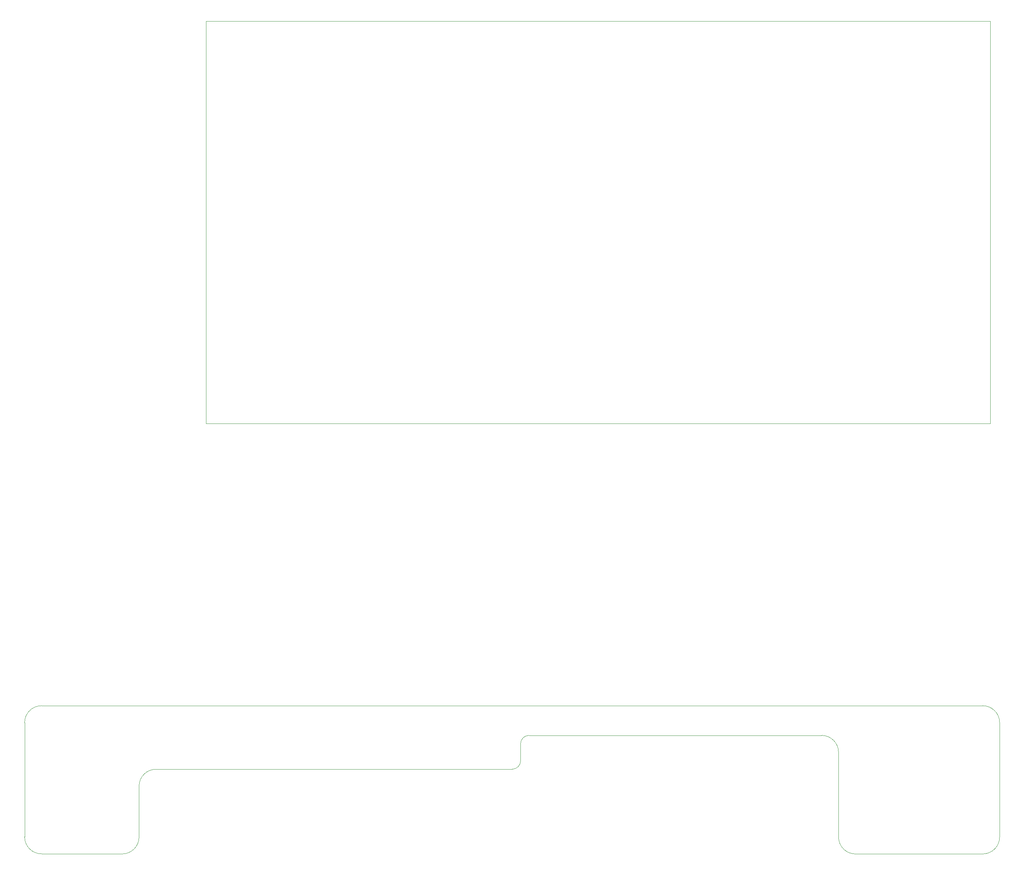
<source format=gbr>
%TF.GenerationSoftware,KiCad,Pcbnew,(6.0.2)*%
%TF.CreationDate,2022-03-02T09:05:12+03:00*%
%TF.ProjectId,Steel_form_Dish_washer,53746565-6c5f-4666-9f72-6d5f44697368,rev?*%
%TF.SameCoordinates,Original*%
%TF.FileFunction,Profile,NP*%
%FSLAX46Y46*%
G04 Gerber Fmt 4.6, Leading zero omitted, Abs format (unit mm)*
G04 Created by KiCad (PCBNEW (6.0.2)) date 2022-03-02 09:05:12*
%MOMM*%
%LPD*%
G01*
G04 APERTURE LIST*
%TA.AperFunction,Profile*%
%ADD10C,0.100000*%
%TD*%
G04 APERTURE END LIST*
D10*
X194900000Y-234400000D02*
X110900000Y-234400000D01*
X79900000Y-250371573D02*
X79900000Y-223400000D01*
X307700000Y-57750000D02*
X307700000Y-152750000D01*
X307700000Y-152750000D02*
X122700000Y-152750000D01*
X198900000Y-226400000D02*
G75*
G03*
X196900000Y-228400000I-1J-1999999D01*
G01*
X122700000Y-57750000D02*
X307700000Y-57750000D01*
X271900000Y-250400000D02*
X271900000Y-230400000D01*
X271900000Y-230400000D02*
G75*
G03*
X267900000Y-226400000I-4000000J0D01*
G01*
X122700000Y-152750000D02*
X122700000Y-57750000D01*
X309900000Y-223400000D02*
X309900000Y-250400000D01*
X194900000Y-234400000D02*
G75*
G03*
X196900000Y-232400000I1J1999999D01*
G01*
X271900000Y-250400000D02*
G75*
G03*
X275900000Y-254400000I4000000J0D01*
G01*
X305900000Y-254400000D02*
X275900000Y-254400000D01*
X267900000Y-226400000D02*
X198900000Y-226400000D01*
X309900000Y-223400000D02*
G75*
G03*
X305900000Y-219400000I-4000000J0D01*
G01*
X83900000Y-219400000D02*
X305900000Y-219400000D01*
X196900000Y-228400000D02*
X196900000Y-232400000D01*
X110900000Y-234400000D02*
G75*
G03*
X106900000Y-238400000I0J-4000000D01*
G01*
X106900000Y-238400000D02*
X106900000Y-250400000D01*
X83900000Y-219400000D02*
G75*
G03*
X79900000Y-223400000I0J-4000000D01*
G01*
X102900000Y-254400000D02*
G75*
G03*
X106900000Y-250400000I0J4000000D01*
G01*
X79900000Y-250371573D02*
G75*
G03*
X83900000Y-254371573I4000000J0D01*
G01*
X102900000Y-254400000D02*
X83900000Y-254371573D01*
X305900000Y-254400000D02*
G75*
G03*
X309900000Y-250400000I0J4000000D01*
G01*
M02*

</source>
